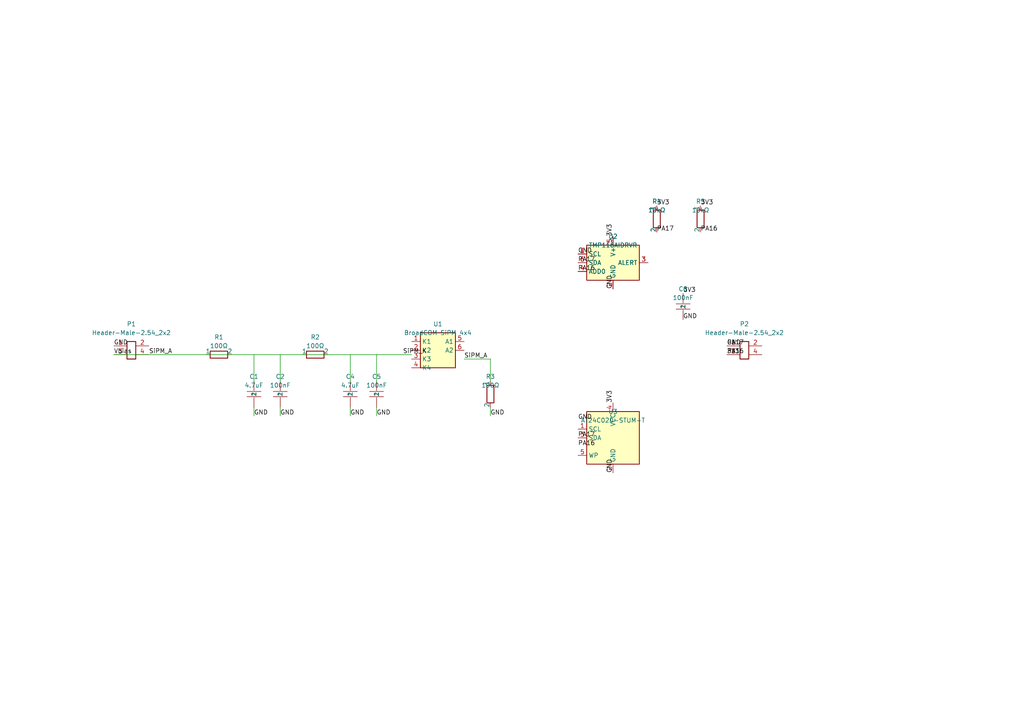
<source format=kicad_sch>
(kicad_sch (version 20231120) (generator "eeschema") (generator_version "8.0")
  (paper "A4")
  (title_block (title "Pomelo Physics") (date "2024-05-01") (rev "1.2") (company "Safecast"))
  (lib_symbols
    (symbol "R_0603" (pin_numbers hide) (pin_names (offset 0))
      (property "Reference" "R" (at 2.032 0 90))
      (property "Value" "R" (at 0 0 90))
      (symbol "R_0603_0_1"
        (rectangle (start -1.016 -2.54) (end 1.016 2.54) (stroke (width 0.254)))
        (pin passive line (at 0 3.81 270) (length 1.27) (name "1") (number "1"))
        (pin passive line (at 0 -3.81 90) (length 1.27) (name "2") (number "2"))
      )
    )
    (symbol "C_0603" (pin_numbers hide) (pin_names (offset 0.254))
      (property "Reference" "C" (at 0.635 2.54 0))
      (property "Value" "C" (at 0.635 -2.54 0))
      (symbol "C_0603_0_1"
        (polyline (pts (xy -2.032 -0.762) (xy 2.032 -0.762)) (stroke (width 0.1524)))
        (polyline (pts (xy -2.032 0.762) (xy 2.032 0.762)) (stroke (width 0.1524)))
        (pin passive line (at 0 3.81 270) (length 2.794) (name "1") (number "1"))
        (pin passive line (at 0 -3.81 90) (length 2.794) (name "2") (number "2"))
      )
    )
    (symbol "Header_2x2" (pin_names (offset 1.016) hide)
      (property "Reference" "J" (at 1.27 5.08 0))
      (property "Value" "Conn_02x02" (at 1.27 -5.08 0))
      (symbol "Header_2x2_0_1"
        (rectangle (start -1.27 -2.54) (end 1.27 2.54) (stroke (width 0.254)))
        (pin passive line (at -5.08 1.27 0) (length 3.81) (name "1") (number "1"))
        (pin passive line (at 5.08 1.27 180) (length 3.81) (name "2") (number "2"))
        (pin passive line (at -5.08 -1.27 0) (length 3.81) (name "3") (number "3"))
        (pin passive line (at 5.08 -1.27 180) (length 3.81) (name "4") (number "4"))
      )
    )
    (symbol "SiPM_4x4"
      (property "Reference" "U" (at -5.08 6.35 0))
      (property "Value" "SiPM" (at 0 6.35 0))
      (symbol "SiPM_4x4_0_1"
        (rectangle (start -5.08 5.08) (end 5.08 -5.08) (stroke (width 0.254)) (fill (type background)))
        (pin passive line (at -7.62 2.54 0) (length 2.54) (name "K1") (number "1"))
        (pin passive line (at -7.62 0 0) (length 2.54) (name "K2") (number "2"))
        (pin passive line (at -7.62 -2.54 0) (length 2.54) (name "K3") (number "3"))
        (pin passive line (at -7.62 -5.08 0) (length 2.54) (name "K4") (number "4"))
        (pin passive line (at 7.62 2.54 180) (length 2.54) (name "A1") (number "5"))
        (pin passive line (at 7.62 0 180) (length 2.54) (name "A2") (number "6"))
      )
    )
    (symbol "TMP116"
      (property "Reference" "U" (at -7.62 6.35 0))
      (property "Value" "TMP116" (at 0 6.35 0))
      (symbol "TMP116_0_1"
        (rectangle (start -7.62 5.08) (end 7.62 -5.08) (stroke (width 0.254)) (fill (type background)))
        (pin input line (at -10.16 2.54 0) (length 2.54) (name "SCL") (number "1"))
        (pin power_in line (at 0 -7.62 90) (length 2.54) (name "GND") (number "2"))
        (pin output line (at 10.16 0 180) (length 2.54) (name "ALERT") (number "3"))
        (pin input line (at -10.16 -2.54 0) (length 2.54) (name "ADD0") (number "4"))
        (pin power_in line (at 0 7.62 270) (length 2.54) (name "V+") (number "5"))
        (pin bidirectional line (at -10.16 0 0) (length 2.54) (name "SDA") (number "6"))
      )
    )
    (symbol "AT24C02"
      (property "Reference" "U" (at -7.62 8.89 0))
      (property "Value" "AT24C02" (at 0 8.89 0))
      (symbol "AT24C02_0_1"
        (rectangle (start -7.62 7.62) (end 7.62 -7.62) (stroke (width 0.254)) (fill (type background)))
        (pin input line (at -10.16 2.54 0) (length 2.54) (name "SCL") (number "1"))
        (pin power_in line (at 0 -10.16 90) (length 2.54) (name "GND") (number "2"))
        (pin bidirectional line (at -10.16 0 0) (length 2.54) (name "SDA") (number "3"))
        (pin power_in line (at 0 10.16 270) (length 2.54) (name "VCC") (number "4"))
        (pin input line (at -10.16 -5.08 0) (length 2.54) (name "WP") (number "5"))
      )
    )
  )
  (symbol (lib_id "Header_2x2") (at 38.1 101.6 0) (unit 1)
    (property "Reference" "P1" (at 38.1 93.98 0))
    (property "Value" "Header-Male-2.54_2x2" (at 38.1 96.52 0))
  )
  (symbol (lib_id "R_0603") (at 63.5 102.87 90) (unit 1)
    (property "Reference" "R1" (at 63.5 97.79 90))
    (property "Value" "100Ω" (at 63.5 100.33 90))
  )
  (symbol (lib_id "C_0603") (at 73.66 114.3 0) (unit 1)
    (property "Reference" "C1" (at 73.66 109.22 0))
    (property "Value" "4.7uF" (at 73.66 111.76 0))
  )
  (symbol (lib_id "C_0603") (at 81.28 114.3 0) (unit 1)
    (property "Reference" "C2" (at 81.28 109.22 0))
    (property "Value" "100nF" (at 81.28 111.76 0))
  )
  (symbol (lib_id "R_0603") (at 91.44 102.87 90) (unit 1)
    (property "Reference" "R2" (at 91.44 97.79 90))
    (property "Value" "100Ω" (at 91.44 100.33 90))
  )
  (symbol (lib_id "C_0603") (at 101.6 114.3 0) (unit 1)
    (property "Reference" "C4" (at 101.6 109.22 0))
    (property "Value" "4.7uF" (at 101.6 111.76 0))
  )
  (symbol (lib_id "C_0603") (at 109.22 114.3 0) (unit 1)
    (property "Reference" "C5" (at 109.22 109.22 0))
    (property "Value" "100nF" (at 109.22 111.76 0))
  )
  (symbol (lib_id "SiPM_4x4") (at 127 101.6 0) (unit 1)
    (property "Reference" "U1" (at 127 93.98 0))
    (property "Value" "BroadCOM SiPM 4x4" (at 127 96.52 0))
  )
  (symbol (lib_id "R_0603") (at 142.24 114.3 0) (unit 1)
    (property "Reference" "R3" (at 142.24 109.22 0))
    (property "Value" "100Ω" (at 142.24 111.76 0))
  )
  (symbol (lib_id "Header_2x2") (at 215.9 101.6 0) (unit 1)
    (property "Reference" "P2" (at 215.9 93.98 0))
    (property "Value" "Header-Male-2.54_2x2" (at 215.9 96.52 0))
  )
  (symbol (lib_id "TMP116") (at 177.8 76.2 0) (unit 1)
    (property "Reference" "U2" (at 177.8 68.58 0))
    (property "Value" "TMP116AIDRVR" (at 177.8 71.12 0))
  )
  (symbol (lib_id "AT24C02") (at 177.8 127 0) (unit 1)
    (property "Reference" "U3" (at 177.8 119.38 0))
    (property "Value" "AT24C02D-STUM-T" (at 177.8 121.92 0))
  )
  (symbol (lib_id "R_0603") (at 190.5 63.5 0) (unit 1)
    (property "Reference" "R4" (at 190.5 58.42 0))
    (property "Value" "10kΩ" (at 190.5 60.96 0))
  )
  (symbol (lib_id "R_0603") (at 203.2 63.5 0) (unit 1)
    (property "Reference" "R5" (at 203.2 58.42 0))
    (property "Value" "10kΩ" (at 203.2 60.96 0))
  )
  (symbol (lib_id "C_0603") (at 198.12 88.9 0) (unit 1)
    (property "Reference" "C6" (at 198.12 83.82 0))
    (property "Value" "100nF" (at 198.12 86.36 0))
  )
  (wire (pts (xy 33.02 102.87) (xy 63.5 102.87)))
  (wire (pts (xy 63.5 102.87) (xy 77.47 102.87)))
  (wire (pts (xy 77.47 102.87) (xy 91.44 102.87)))
  (wire (pts (xy 91.44 102.87) (xy 105.41 102.87)))
  (wire (pts (xy 105.41 102.87) (xy 119.38 102.87)))
  (wire (pts (xy 73.66 110.49) (xy 73.66 102.87)))
  (wire (pts (xy 81.28 110.49) (xy 81.28 102.87)))
  (wire (pts (xy 73.66 118.11) (xy 73.66 120.65)))
  (wire (pts (xy 81.28 118.11) (xy 81.28 120.65)))
  (wire (pts (xy 101.6 110.49) (xy 101.6 102.87)))
  (wire (pts (xy 109.22 110.49) (xy 109.22 102.87)))
  (wire (pts (xy 101.6 118.11) (xy 101.6 120.65)))
  (wire (pts (xy 109.22 118.11) (xy 109.22 120.65)))
  (wire (pts (xy 134.62 104.14) (xy 142.24 104.14)))
  (wire (pts (xy 142.24 104.14) (xy 142.24 110.49)))
  (wire (pts (xy 142.24 118.11) (xy 142.24 120.65)))
  (label "Vbias" (at 33.02 102.87 0))
  (label "SiPM_K" (at 116.84 102.87 0))
  (label "SiPM_A" (at 134.62 104.14 0))
  (label "SiPM_A" (at 43.18 102.87 0))
  (label "GND" (at 33.02 100.33 0))
  (label "GND" (at 73.66 120.65 0))
  (label "GND" (at 81.28 120.65 0))
  (label "GND" (at 101.6 120.65 0))
  (label "GND" (at 109.22 120.65 0))
  (label "GND" (at 142.24 120.65 0))
  (label "3V3" (at 210.82 102.87 0))
  (label "PA16" (at 210.82 102.87 0))
  (label "PA17" (at 210.82 100.33 0))
  (label "GND" (at 210.82 100.33 0))
  (label "PA16" (at 167.64 78.74 0))
  (label "PA17" (at 167.64 76.2 0))
  (label "3V3" (at 177.8 68.58 90))
  (label "GND" (at 177.8 83.82 90))
  (label "GND" (at 167.64 73.66 0))
  (label "PA16" (at 167.64 129.54 0))
  (label "PA17" (at 167.64 127 0))
  (label "3V3" (at 177.8 116.84 90))
  (label "GND" (at 177.8 137.16 90))
  (label "GND" (at 167.64 121.92 0))
  (label "PA17" (at 190.5 67.31 0))
  (label "3V3" (at 190.5 59.69 0))
  (label "PA16" (at 203.2 67.31 0))
  (label "3V3" (at 203.2 59.69 0))
  (label "3V3" (at 198.12 85.09 0))
  (label "GND" (at 198.12 92.71 0))
)
</source>
